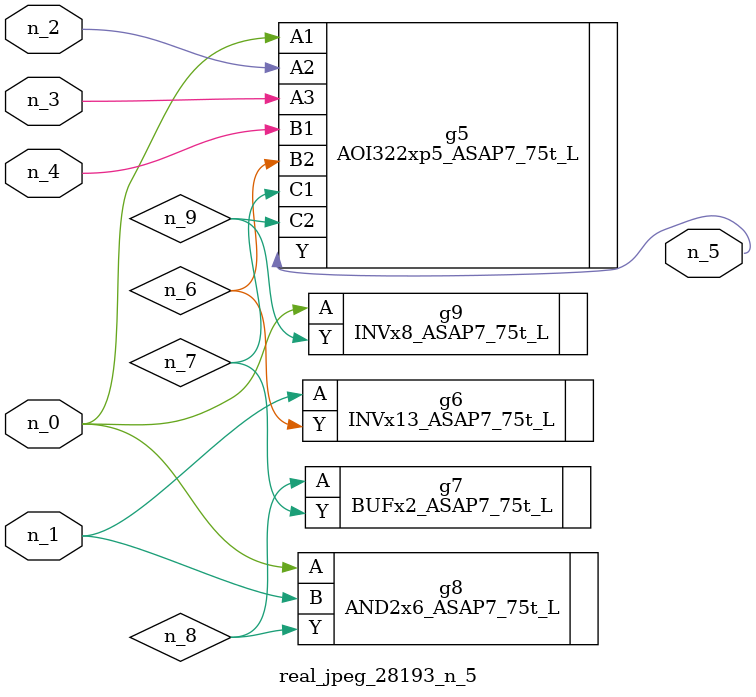
<source format=v>
module real_jpeg_28193_n_5 (n_4, n_0, n_1, n_2, n_3, n_5);

input n_4;
input n_0;
input n_1;
input n_2;
input n_3;

output n_5;

wire n_8;
wire n_6;
wire n_7;
wire n_9;

AOI322xp5_ASAP7_75t_L g5 ( 
.A1(n_0),
.A2(n_2),
.A3(n_3),
.B1(n_4),
.B2(n_6),
.C1(n_7),
.C2(n_9),
.Y(n_5)
);

AND2x6_ASAP7_75t_L g8 ( 
.A(n_0),
.B(n_1),
.Y(n_8)
);

INVx8_ASAP7_75t_L g9 ( 
.A(n_0),
.Y(n_9)
);

INVx13_ASAP7_75t_L g6 ( 
.A(n_1),
.Y(n_6)
);

BUFx2_ASAP7_75t_L g7 ( 
.A(n_8),
.Y(n_7)
);


endmodule
</source>
